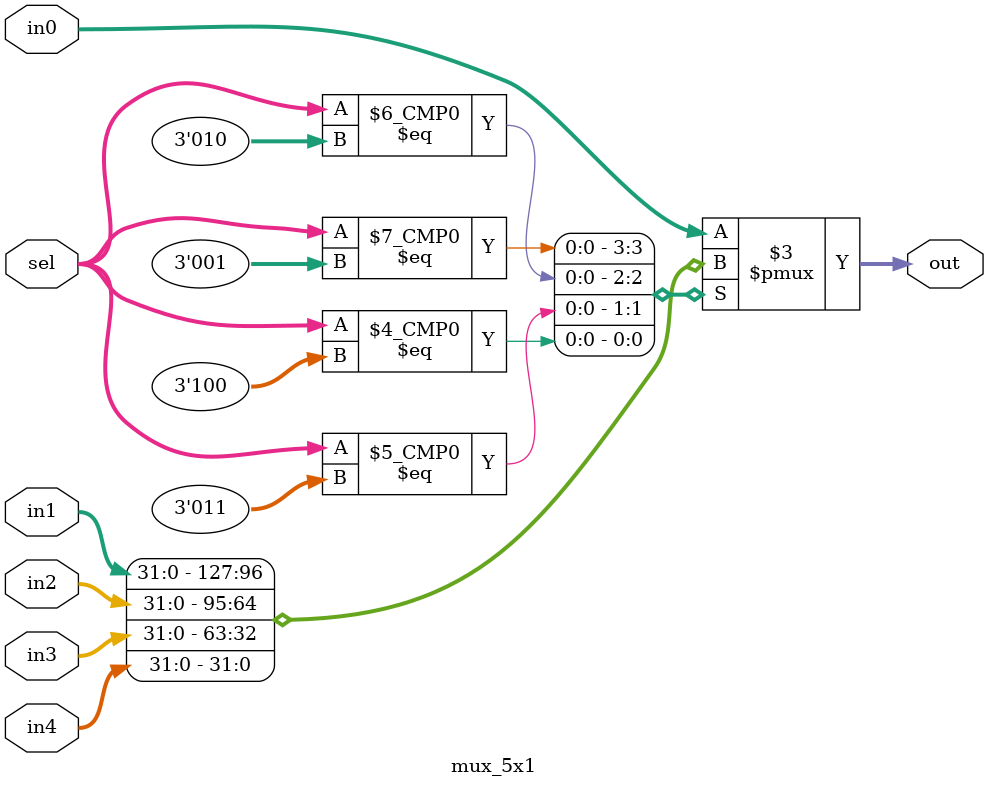
<source format=v>
`timescale 1ns / 1ps


module mux_5x1(out, in0 , in1, in2 , in3 , in4, sel);
    parameter Mbit=32;
    output reg [Mbit-1:0] out;
    input [Mbit-1:0] in0 , in1 ,in2 , in3 , in4;
    input [2:0]sel;
    
    always @(in0,in1,sel)
    begin
        case(sel)
        3'b000:out<=in0;
        3'b001:out<=in1;
        3'b010:out<=in2;
        3'b011:out<=in3;
        3'b100:out<=in4;
        default:out<=in0;
        endcase
    end
endmodule

</source>
